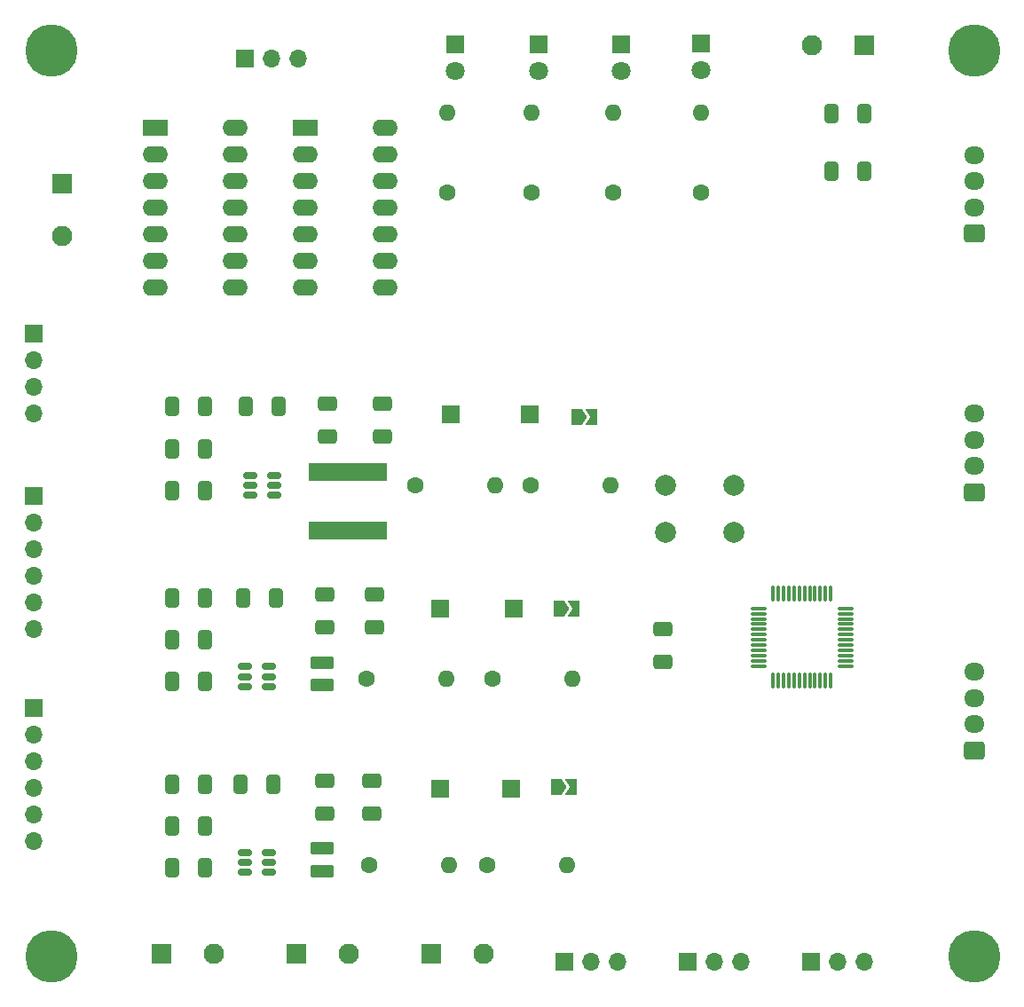
<source format=gbr>
%TF.GenerationSoftware,KiCad,Pcbnew,8.0.0*%
%TF.CreationDate,2024-03-19T14:17:09-05:00*%
%TF.ProjectId,MainBoard,4d61696e-426f-4617-9264-2e6b69636164,rev?*%
%TF.SameCoordinates,Original*%
%TF.FileFunction,Soldermask,Top*%
%TF.FilePolarity,Negative*%
%FSLAX46Y46*%
G04 Gerber Fmt 4.6, Leading zero omitted, Abs format (unit mm)*
G04 Created by KiCad (PCBNEW 8.0.0) date 2024-03-19 14:17:09*
%MOMM*%
%LPD*%
G01*
G04 APERTURE LIST*
G04 Aperture macros list*
%AMRoundRect*
0 Rectangle with rounded corners*
0 $1 Rounding radius*
0 $2 $3 $4 $5 $6 $7 $8 $9 X,Y pos of 4 corners*
0 Add a 4 corners polygon primitive as box body*
4,1,4,$2,$3,$4,$5,$6,$7,$8,$9,$2,$3,0*
0 Add four circle primitives for the rounded corners*
1,1,$1+$1,$2,$3*
1,1,$1+$1,$4,$5*
1,1,$1+$1,$6,$7*
1,1,$1+$1,$8,$9*
0 Add four rect primitives between the rounded corners*
20,1,$1+$1,$2,$3,$4,$5,0*
20,1,$1+$1,$4,$5,$6,$7,0*
20,1,$1+$1,$6,$7,$8,$9,0*
20,1,$1+$1,$8,$9,$2,$3,0*%
%AMFreePoly0*
4,1,6,1.000000,0.000000,0.500000,-0.750000,-0.500000,-0.750000,-0.500000,0.750000,0.500000,0.750000,1.000000,0.000000,1.000000,0.000000,$1*%
%AMFreePoly1*
4,1,6,0.500000,-0.750000,-0.650000,-0.750000,-0.150000,0.000000,-0.650000,0.750000,0.500000,0.750000,0.500000,-0.750000,0.500000,-0.750000,$1*%
G04 Aperture macros list end*
%ADD10RoundRect,0.150000X-0.512500X-0.150000X0.512500X-0.150000X0.512500X0.150000X-0.512500X0.150000X0*%
%ADD11C,5.000000*%
%ADD12C,1.600000*%
%ADD13O,1.600000X1.600000*%
%ADD14RoundRect,0.250000X0.412500X0.650000X-0.412500X0.650000X-0.412500X-0.650000X0.412500X-0.650000X0*%
%ADD15R,1.700000X1.700000*%
%ADD16O,1.700000X1.700000*%
%ADD17R,1.950000X1.950000*%
%ADD18C,1.950000*%
%ADD19RoundRect,0.250000X0.650000X-0.412500X0.650000X0.412500X-0.650000X0.412500X-0.650000X-0.412500X0*%
%ADD20R,1.800000X1.800000*%
%ADD21C,1.800000*%
%ADD22C,2.000000*%
%ADD23FreePoly0,0.000000*%
%ADD24FreePoly1,0.000000*%
%ADD25RoundRect,0.075000X-0.662500X-0.075000X0.662500X-0.075000X0.662500X0.075000X-0.662500X0.075000X0*%
%ADD26RoundRect,0.075000X-0.075000X-0.662500X0.075000X-0.662500X0.075000X0.662500X-0.075000X0.662500X0*%
%ADD27RoundRect,0.250000X0.850000X-0.375000X0.850000X0.375000X-0.850000X0.375000X-0.850000X-0.375000X0*%
%ADD28RoundRect,0.250000X0.725000X-0.600000X0.725000X0.600000X-0.725000X0.600000X-0.725000X-0.600000X0*%
%ADD29O,1.950000X1.700000*%
%ADD30R,2.400000X1.600000*%
%ADD31O,2.400000X1.600000*%
%ADD32R,7.500000X1.800000*%
%ADD33RoundRect,0.250000X-0.650000X0.412500X-0.650000X-0.412500X0.650000X-0.412500X0.650000X0.412500X0*%
G04 APERTURE END LIST*
D10*
%TO.C,U5*%
X126950000Y-129550000D03*
X126950000Y-130500000D03*
X126950000Y-131450000D03*
X129225000Y-131450000D03*
X129225000Y-130500000D03*
X129225000Y-129550000D03*
%TD*%
D11*
%TO.C,H3*%
X108500000Y-139500000D03*
%TD*%
D12*
%TO.C,R3*%
X170500000Y-66560000D03*
D13*
X170500000Y-58940000D03*
%TD*%
D14*
%TO.C,C11*%
X123150000Y-91000000D03*
X120025000Y-91000000D03*
%TD*%
D15*
%TO.C,TP5*%
X145587500Y-106250000D03*
%TD*%
%TO.C,TP3*%
X146587500Y-87750000D03*
%TD*%
%TO.C,J12*%
X106750000Y-80000000D03*
D16*
X106750000Y-82540000D03*
X106750000Y-85080000D03*
X106750000Y-87620000D03*
%TD*%
D14*
%TO.C,C16*%
X123150000Y-105250000D03*
X120025000Y-105250000D03*
%TD*%
D17*
%TO.C,J2*%
X119000000Y-139250000D03*
D18*
X124000000Y-139250000D03*
%TD*%
D12*
%TO.C,R7*%
X154190000Y-94500000D03*
D13*
X161810000Y-94500000D03*
%TD*%
D19*
%TO.C,C8*%
X134587500Y-125812500D03*
X134587500Y-122687500D03*
%TD*%
D15*
%TO.C,J5*%
X157435000Y-140000000D03*
D16*
X159975000Y-140000000D03*
X162515000Y-140000000D03*
%TD*%
D19*
%TO.C,C9*%
X139087500Y-125812500D03*
X139087500Y-122687500D03*
%TD*%
%TO.C,C21*%
X139337500Y-108062500D03*
X139337500Y-104937500D03*
%TD*%
D15*
%TO.C,TP2*%
X152337500Y-123500000D03*
%TD*%
D20*
%TO.C,D1*%
X147000000Y-52460000D03*
D21*
X147000000Y-55000000D03*
%TD*%
D22*
%TO.C,SW1*%
X167087500Y-94500000D03*
X173587500Y-94500000D03*
X167087500Y-99000000D03*
X173587500Y-99000000D03*
%TD*%
D20*
%TO.C,D4*%
X162833300Y-52460000D03*
D21*
X162833300Y-55000000D03*
%TD*%
D23*
%TO.C,JP3*%
X156887500Y-106250000D03*
D24*
X158337500Y-106250000D03*
%TD*%
D11*
%TO.C,H1*%
X108500000Y-53000000D03*
%TD*%
D10*
%TO.C,U2*%
X126950000Y-111800000D03*
X126950000Y-112750000D03*
X126950000Y-113700000D03*
X129225000Y-113700000D03*
X129225000Y-112750000D03*
X129225000Y-111800000D03*
%TD*%
D14*
%TO.C,C17*%
X123150000Y-109250000D03*
X120025000Y-109250000D03*
%TD*%
D11*
%TO.C,H2*%
X196500000Y-53000000D03*
%TD*%
D14*
%TO.C,C6*%
X123150000Y-131000000D03*
X120025000Y-131000000D03*
%TD*%
D12*
%TO.C,R4*%
X138777500Y-130750000D03*
D13*
X146397500Y-130750000D03*
%TD*%
D12*
%TO.C,R10*%
X162083300Y-66560000D03*
D13*
X162083300Y-58940000D03*
%TD*%
D12*
%TO.C,R8*%
X138527500Y-113000000D03*
D13*
X146147500Y-113000000D03*
%TD*%
D25*
%TO.C,U3*%
X175925000Y-106250000D03*
X175925000Y-106750000D03*
X175925000Y-107250000D03*
X175925000Y-107750000D03*
X175925000Y-108250000D03*
X175925000Y-108750000D03*
X175925000Y-109250000D03*
X175925000Y-109750000D03*
X175925000Y-110250000D03*
X175925000Y-110750000D03*
X175925000Y-111250000D03*
X175925000Y-111750000D03*
D26*
X177337500Y-113162500D03*
X177837500Y-113162500D03*
X178337500Y-113162500D03*
X178837500Y-113162500D03*
X179337500Y-113162500D03*
X179837500Y-113162500D03*
X180337500Y-113162500D03*
X180837500Y-113162500D03*
X181337500Y-113162500D03*
X181837500Y-113162500D03*
X182337500Y-113162500D03*
X182837500Y-113162500D03*
D25*
X184250000Y-111750000D03*
X184250000Y-111250000D03*
X184250000Y-110750000D03*
X184250000Y-110250000D03*
X184250000Y-109750000D03*
X184250000Y-109250000D03*
X184250000Y-108750000D03*
X184250000Y-108250000D03*
X184250000Y-107750000D03*
X184250000Y-107250000D03*
X184250000Y-106750000D03*
X184250000Y-106250000D03*
D26*
X182837500Y-104837500D03*
X182337500Y-104837500D03*
X181837500Y-104837500D03*
X181337500Y-104837500D03*
X180837500Y-104837500D03*
X180337500Y-104837500D03*
X179837500Y-104837500D03*
X179337500Y-104837500D03*
X178837500Y-104837500D03*
X178337500Y-104837500D03*
X177837500Y-104837500D03*
X177337500Y-104837500D03*
%TD*%
D12*
%TO.C,R5*%
X150027500Y-130750000D03*
D13*
X157647500Y-130750000D03*
%TD*%
D27*
%TO.C,L3*%
X134337500Y-113575000D03*
X134337500Y-111425000D03*
%TD*%
D10*
%TO.C,U1*%
X127450000Y-93550000D03*
X127450000Y-94500000D03*
X127450000Y-95450000D03*
X129725000Y-95450000D03*
X129725000Y-94500000D03*
X129725000Y-93550000D03*
%TD*%
D12*
%TO.C,R9*%
X150527500Y-113000000D03*
D13*
X158147500Y-113000000D03*
%TD*%
D15*
%TO.C,TP4*%
X154087500Y-87750000D03*
%TD*%
D14*
%TO.C,C18*%
X123150000Y-113250000D03*
X120025000Y-113250000D03*
%TD*%
D27*
%TO.C,L1*%
X134337500Y-131325000D03*
X134337500Y-129175000D03*
%TD*%
D14*
%TO.C,C19*%
X129900000Y-105250000D03*
X126775000Y-105250000D03*
%TD*%
%TO.C,C2*%
X123150000Y-127000000D03*
X120025000Y-127000000D03*
%TD*%
%TO.C,C3*%
X186062500Y-59000000D03*
X182937500Y-59000000D03*
%TD*%
D28*
%TO.C,J18*%
X196500000Y-95160000D03*
D29*
X196500000Y-92660000D03*
X196500000Y-90160000D03*
X196500000Y-87660000D03*
%TD*%
D28*
%TO.C,J20*%
X196500000Y-70500000D03*
D29*
X196500000Y-68000000D03*
X196500000Y-65500000D03*
X196500000Y-63000000D03*
%TD*%
D12*
%TO.C,R6*%
X143190000Y-94500000D03*
D13*
X150810000Y-94500000D03*
%TD*%
D15*
%TO.C,J7*%
X180920000Y-140000000D03*
D16*
X183460000Y-140000000D03*
X186000000Y-140000000D03*
%TD*%
D15*
%TO.C,J10*%
X106750000Y-95500000D03*
D16*
X106750000Y-98040000D03*
X106750000Y-100580000D03*
X106750000Y-103120000D03*
X106750000Y-105660000D03*
X106750000Y-108200000D03*
%TD*%
D17*
%TO.C,J1*%
X186000000Y-52500000D03*
D18*
X181000000Y-52500000D03*
%TD*%
D14*
%TO.C,C13*%
X130150000Y-87000000D03*
X127025000Y-87000000D03*
%TD*%
D17*
%TO.C,J8*%
X109475000Y-65750000D03*
D18*
X109475000Y-70750000D03*
%TD*%
D15*
%TO.C,J6*%
X169177500Y-140000000D03*
D16*
X171717500Y-140000000D03*
X174257500Y-140000000D03*
%TD*%
D15*
%TO.C,TP6*%
X152587500Y-106250000D03*
%TD*%
D23*
%TO.C,JP2*%
X158587500Y-88000000D03*
D24*
X160037500Y-88000000D03*
%TD*%
D30*
%TO.C,U4*%
X118425000Y-60375000D03*
D31*
X118425000Y-62915000D03*
X118425000Y-65455000D03*
X118425000Y-67995000D03*
X118425000Y-70535000D03*
X118425000Y-73075000D03*
X118425000Y-75615000D03*
X126045000Y-75615000D03*
X126045000Y-73075000D03*
X126045000Y-70535000D03*
X126045000Y-67995000D03*
X126045000Y-65455000D03*
X126045000Y-62915000D03*
X126045000Y-60375000D03*
%TD*%
D20*
%TO.C,D3*%
X170500000Y-52375000D03*
D21*
X170500000Y-54915000D03*
%TD*%
D15*
%TO.C,J11*%
X106750000Y-115750000D03*
D16*
X106750000Y-118290000D03*
X106750000Y-120830000D03*
X106750000Y-123370000D03*
X106750000Y-125910000D03*
X106750000Y-128450000D03*
%TD*%
D32*
%TO.C,L2*%
X136750000Y-98800000D03*
X136750000Y-93200000D03*
%TD*%
D30*
%TO.C,U6*%
X132675000Y-60375000D03*
D31*
X132675000Y-62915000D03*
X132675000Y-65455000D03*
X132675000Y-67995000D03*
X132675000Y-70535000D03*
X132675000Y-73075000D03*
X132675000Y-75615000D03*
X140295000Y-75615000D03*
X140295000Y-73075000D03*
X140295000Y-70535000D03*
X140295000Y-67995000D03*
X140295000Y-65455000D03*
X140295000Y-62915000D03*
X140295000Y-60375000D03*
%TD*%
D12*
%TO.C,R1*%
X146250000Y-66560000D03*
D13*
X146250000Y-58940000D03*
%TD*%
D19*
%TO.C,C20*%
X134587500Y-108062500D03*
X134587500Y-104937500D03*
%TD*%
D14*
%TO.C,C12*%
X123150000Y-95000000D03*
X120025000Y-95000000D03*
%TD*%
%TO.C,C7*%
X129650000Y-123000000D03*
X126525000Y-123000000D03*
%TD*%
D11*
%TO.C,H4*%
X196500000Y-139500000D03*
%TD*%
D20*
%TO.C,D2*%
X155000000Y-52460000D03*
D21*
X155000000Y-55000000D03*
%TD*%
D14*
%TO.C,C10*%
X123150000Y-87000000D03*
X120025000Y-87000000D03*
%TD*%
%TO.C,C4*%
X186062500Y-64500000D03*
X182937500Y-64500000D03*
%TD*%
D19*
%TO.C,C15*%
X140087500Y-89812500D03*
X140087500Y-86687500D03*
%TD*%
D15*
%TO.C,TP1*%
X145587500Y-123500000D03*
%TD*%
%TO.C,J14*%
X126920000Y-53750000D03*
D16*
X129460000Y-53750000D03*
X132000000Y-53750000D03*
%TD*%
D17*
%TO.C,J3*%
X131875000Y-139250000D03*
D18*
X136875000Y-139250000D03*
%TD*%
D14*
%TO.C,C1*%
X123150000Y-123000000D03*
X120025000Y-123000000D03*
%TD*%
D17*
%TO.C,J4*%
X144750000Y-139250000D03*
D18*
X149750000Y-139250000D03*
%TD*%
D28*
%TO.C,J19*%
X196500000Y-119820000D03*
D29*
X196500000Y-117320000D03*
X196500000Y-114820000D03*
X196500000Y-112320000D03*
%TD*%
D33*
%TO.C,C5*%
X166837500Y-108187500D03*
X166837500Y-111312500D03*
%TD*%
D12*
%TO.C,R2*%
X154250000Y-66560000D03*
D13*
X154250000Y-58940000D03*
%TD*%
D23*
%TO.C,JP1*%
X156637500Y-123250000D03*
D24*
X158087500Y-123250000D03*
%TD*%
D19*
%TO.C,C14*%
X134837500Y-89812500D03*
X134837500Y-86687500D03*
%TD*%
M02*

</source>
